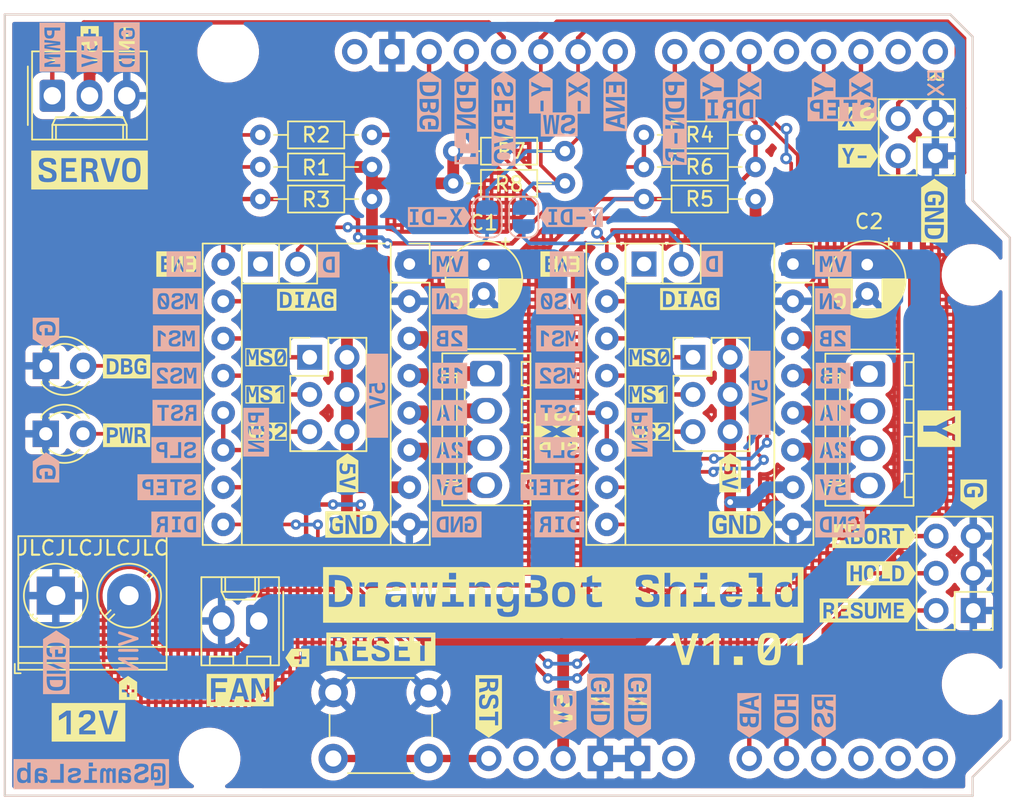
<source format=kicad_pcb>
(kicad_pcb (version 20211014) (generator pcbnew)
  (layers (0 "F.Cu" signal) (31 "B.Cu" power) (34 "B.Paste" user) (35 "F.Paste" user) (36 "B.SilkS" user "B.Silkscreen") (37 "F.SilkS" user "F.Silkscreen") (38 "B.Mask" user) (39 "F.Mask" user) (44 "Edge.Cuts" user))
  (net 0 "")
  (net 2 "+5V")
  (net 9 "/X_STEP")
  (net 10 "/Y_STEP")
  (net 12 "/RX")
  (net 13 "/ENA")
  (net 14 "/X_END")
  (net 15 "/Y_END")
  (net 16 "/S_PWM")
  (net 17 "/TX")
  (net 18 "/LED")
  (net 19 "GND")
  (net 20 "Net-(A1-PadRST1)")
  (net 22 "+12V")
  (net 23 "Net-(A2-Pad3)")
  (net 24 "Net-(A2-Pad4)")
  (net 25 "Net-(A2-Pad5)")
  (net 26 "Net-(A2-Pad6)")
  (net 27 "/X_DIR")
  (net 28 "Net-(A2-Pad13)")
  (net 29 "Net-(A2-Pad14)")
  (net 30 "Net-(A2-Pad15)")
  (net 31 "Net-(A3-Pad3)")
  (net 32 "Net-(A3-Pad4)")
  (net 33 "Net-(A3-Pad5)")
  (net 34 "Net-(A3-Pad6)")
  (net 35 "/Y_DIR")
  (net 36 "Net-(D1-Pad2)")
  (net 37 "Net-(D2-Pad2)")
  (net 40 "Net-(A3-Pad13)")
  (net 41 "Net-(A3-Pad14)")
  (net 42 "Net-(A3-Pad15)")
  (net 43 "/Abort")
  (net 44 "/Hold")
  (net 45 "/Rsme")
  (net 46 "/X_DIAG")
  (net 47 "/Y_DIAG")
  (footprint "kibuzzard-65E68AE8" (layer "F.Cu") (at 100.88 162.365)
    (fp_text reference "kibuzzard-65E68AE8" hide)
    (fp_text value "G***" hide)
  )
  (footprint "Capacitor_THT:CP_Radial_D5.0mm_P2.00mm" (layer "F.Cu") (at 74.676 138.746888 -90)
    (fp_text reference "C1")
    (fp_text value "100uF/25v")
  )
  (footprint "kibuzzard-65E6A239" (layer "F.Cu") (at 59.817313 150.155)
    (fp_text reference "kibuzzard-65E6A239" hide)
    (fp_text value "G***" hide)
  )
  (footprint "kibuzzard-65E687F6" (layer "F.Cu") (at 47.7 170)
    (fp_text reference "kibuzzard-65E687F6" hide)
    (fp_text value "G***" hide)
  )
  (footprint "kibuzzard-65E69E92" (layer "F.Cu") (at 50.32 123.242958 90)
    (fp_text reference "kibuzzard-65E69E92" hide)
    (fp_text value "G***" hide)
  )
  (footprint "kibuzzard-6514EA0E" (layer "F.Cu") (at 47.78 123.28 90)
    (fp_text reference "kibuzzard-6514EA0E" hide)
    (fp_text value "G***" hide)
  )
  (footprint "kibuzzard-65E68518" (layer "F.Cu") (at 62.59 141.15)
    (fp_text reference "kibuzzard-65E68518" hide)
    (fp_text value "G***" hide)
  )
  (footprint "Resistor_THT:R_Axial_DIN0204_L3.6mm_D1.6mm_P7.62mm_Horizontal" (layer "F.Cu") (at 85.598 132.082)
    (fp_text reference "R6")
    (fp_text value "1K")
  )
  (footprint "kibuzzard-65E69ED1" (layer "F.Cu") (at 47.77 132.29)
    (fp_text reference "kibuzzard-65E69ED1" hide)
    (fp_text value "G***" hide)
  )
  (footprint "kibuzzard-6646C756" (layer "F.Cu") (at 67.65 165)
    (fp_text reference "kibuzzard-6646C756" hide)
    (fp_text value "G***" hide)
  )
  (footprint "Connector_PinHeader_2.54mm:PinHeader_1x02_P2.54mm_Vertical" (layer "F.Cu") (at 85.608 138.71 90)
    (fp_text reference "J10")
    (fp_text value "Conn 2")
  )
  (footprint "Connector_PinHeader_2.54mm:PinHeader_2x02_P2.54mm_Vertical" (layer "F.Cu") (at 105.489881 131.323 180)
    (fp_text reference "J4")
    (fp_text value "End Switch")
  )
  (footprint "kibuzzard-65E6A239" (layer "F.Cu") (at 85.97 150.155)
    (fp_text reference "kibuzzard-65E6A239" hide)
    (fp_text value "G***" hide)
  )
  (footprint "Connector_PinHeader_2.54mm:PinHeader_2x03_P2.54mm_Vertical" (layer "F.Cu") (at 62.795 145.075)
    (fp_text reference "J6")
    (fp_text value "M1_MS")
  )
  (footprint "kibuzzard-65E6A22F" (layer "F.Cu") (at 85.882687 147.615)
    (fp_text reference "kibuzzard-65E6A22F" hide)
    (fp_text value "G***" hide)
  )
  (footprint "LED_THT:LED_D3.0mm" (layer "F.Cu") (at 44.785 150.3)
    (fp_text reference "D1")
    (fp_text value "PWR")
  )
  (footprint "Resistor_THT:R_Axial_DIN0204_L3.6mm_D1.6mm_P7.62mm_Horizontal" (layer "F.Cu") (at 72.59 131)
    (fp_text reference "R7")
    (fp_text value "4.7K")
  )
  (footprint "Resistor_THT:R_Axial_DIN0204_L3.6mm_D1.6mm_P7.62mm_Horizontal" (layer "F.Cu") (at 85.598 129.892)
    (fp_text reference "R4")
    (fp_text value "1K")
  )
  (footprint "Resistor_THT:R_Axial_DIN0204_L3.6mm_D1.6mm_P7.62mm_Horizontal" (layer "F.Cu") (at 93.218 134.272 180)
    (fp_text reference "R5")
    (fp_text value "20k")
  )
  (footprint "kibuzzard-65E6A15C" (layer "F.Cu") (at 105.75 149.95 -90)
    (fp_text reference "kibuzzard-65E6A15C" hide)
    (fp_text value "G***" hide)
  )
  (footprint "kibuzzard-6514EA0E" (layer "F.Cu") (at 50.4 167.65 -90)
    (fp_text reference "kibuzzard-6514EA0E" hide)
    (fp_text value "G***" hide)
  )
  (footprint "kibuzzard-65E6A4BF" (layer "F.Cu") (at 85.169881 168.87 -90)
    (fp_text reference "kibuzzard-65E6A4BF" hide)
    (fp_text value "G***" hide)
  )
  (footprint "Connector_PinHeader_2.54mm:PinHeader_2x03_P2.54mm_Vertical" (layer "F.Cu") (at 108.075 162.365 180)
    (fp_text reference "J5")
    (fp_text value "Control")
  )
  (footprint "kibuzzard-65E689EF" (layer "F.Cu") (at 92.21 156.49)
    (fp_text reference "kibuzzard-65E689EF" hide)
    (fp_text value "G***" hide)
  )
  (footprint "TerminalBlock_Phoenix:TerminalBlock_Phoenix_PT-1,5-2-5.0-H_1x02_P5.00mm_Horizontal" (layer "F.Cu") (at 45.47 161.35)
    (fp_text reference "J1")
    (fp_text value "PWR")
  )
  (footprint "kibuzzard-65E68A83" (layer "F.Cu") (at 101.307038 157.285)
    (fp_text reference "kibuzzard-65E68A83" hide)
    (fp_text value "G***" hide)
  )
  (footprint "kibuzzard-65E6A016" (layer "F.Cu") (at 79.6 150.15 -90)
    (fp_text reference "kibuzzard-65E6A016" hide)
    (fp_text value "G***" hide)
  )
  (footprint "kibuzzard-65E6A48D" (layer "F.Cu") (at 75.009881 168.91191 -90)
    (fp_text reference "kibuzzard-65E6A48D" hide)
    (fp_text value "G***" hide)
  )
  (footprint "kibuzzard-65E6A4A7" (layer "F.Cu") (at 82.629881 168.87 -90)
    (fp_text reference "kibuzzard-65E6A4A7" hide)
    (fp_text value "G***" hide)
  )
  (footprint "Resistor_THT:R_Axial_DIN0204_L3.6mm_D1.6mm_P7.62mm_Horizontal" (layer "F.Cu") (at 67.042 132.082 180)
    (fp_text reference "R1")
    (fp_text value "1k")
  )
  (footprint "kibuzzard-65E68692" (layer "F.Cu") (at 65.37 152.96 -90)
    (fp_text reference "kibuzzard-65E68692" hide)
    (fp_text value "G***" hide)
  )
  (footprint "kibuzzard-65E6A498" (layer "F.Cu") (at 80.089881 169.44912 -90)
    (fp_text reference "kibuzzard-65E6A498" hide)
    (fp_text value "G***" hide)
  )
  (footprint "kibuzzard-66469F7A" (layer "F.Cu") (at 92 165)
    (fp_text reference "kibuzzard-66469F7A" hide)
    (fp_text value "G***" hide)
  )
  (footprint "kibuzzard-65E68953" (layer "F.Cu") (at 50.3 150.4)
    (fp_text reference "kibuzzard-65E68953" hide)
    (fp_text value "G***" hide)
  )
  (footprint "kibuzzard-65E6A22A" (layer "F.Cu") (at 85.981112 145.075)
    (fp_text reference "kibuzzard-65E6A22A" hide)
    (fp_text value "G***" hide)
  )
  (footprint "Pololu:Pololu_Breakout" (layer "F.Cu") (at 63.482 147.6)
    (fp_text reference "A2")
    (fp_text value "TMC2226/TMC2209")
  )
  (footprint "kibuzzard-65E68518" (layer "F.Cu") (at 88.73 141.1)
    (fp_text reference "kibuzzard-65E68518" hide)
    (fp_text value "G***" hide)
  )
  (footprint "kibuzzard-65E69DAF" (layer "F.Cu") (at 80.1 161.3)
    (fp_text reference "kibuzzard-65E69DAF" hide)
    (fp_text value "G***" hide)
  )
  (footprint "Resistor_THT:R_Axial_DIN0204_L3.6mm_D1.6mm_P7.62mm_Horizontal" (layer "F.Cu") (at 67.042 134.272 180)
    (fp_text reference "R3")
    (fp_text value "20k")
  )
  (footprint "Resistor_THT:R_Axial_DIN0204_L3.6mm_D1.6mm_P7.62mm_Horizontal" (layer "F.Cu") (at 72.59 133.2)
    (fp_text reference "R8")
    (fp_text value "4.7K")
  )
  (footprint "kibuzzard-65E68692" (layer "F.Cu") (at 91.485 152.97 -90)
    (fp_text reference "kibuzzard-65E68692" hide)
    (fp_text value "G***" hide)
  )
  (footprint "Connector_PinHeader_2.54mm:PinHeader_1x02_P2.54mm_Vertical" (layer "F.Cu") (at 59.432 138.71 90)
    (fp_text reference "J7")
    (fp_text value "Conn 2")
  )
  (footprint "Connector_PinHeader_2.54mm:PinHeader_2x03_P2.54mm_Vertical" (layer "F.Cu") (at 88.945 145.075)
    (fp_text reference "J9")
    (fp_text value "M2_MS")
  )
  (footprint "Pololu:Pololu_Breakout" (layer "F.Cu") (at 89.658 147.6)
    (fp_text reference "A3")
    (fp_text value "TMC2226/TMC2209")
  )
  (footprint "kibuzzard-65E6A22A" (layer "F.Cu") (at 59.828425 145.075)
    (fp_text reference "kibuzzard-65E6A22A" hide)
    (fp_text value "G***" hide)
  )
  (footprint "arduino-library:Arduino_Uno_Socket" (layer "F.Cu") (at 75.009881 148.975)
    (fp_text reference "A1")
    (fp_text value "Arduino_Uno_R3_Shield")
  )
  (footprint "Capacitor_THT:CP_Radial_D5.0mm_P2.00mm" (layer "F.Cu") (at 100.838 138.746888 -90)
    (fp_text reference "C2")
    (fp_text value "100uF/25v")
  )
  (footprint "Connector_Molex:Molex_KK-254_AE-6410-04A_1x04_P2.54mm_Vertical" (layer "F.Cu") (at 100.97 146.212 -90)
    (fp_text reference "J11")
    (fp_text value "Y_MOTOR")
  )
  (footprint "Connector_Molex:Molex_KK-254_AE-6410-03A_1x03_P2.54mm_Vertical" (layer "F.Cu") (at 45.23 127.22)
    (fp_text reference "J3")
    (fp_text value "SERVO")
  )
  (footprint "kibuzzard-6646C040" (layer "F.Cu") (at 108.1 154.45 -90)
    (fp_text reference "kibuzzard-6646C040" hide)
    (fp_text value "G***" hide)
  )
  (footprint "Connector_Molex:Molex_KK-254_AE-6410-02A_1x02_P2.54mm_Vertical" (layer "F.Cu") (at 59.32 163.08 180)
    (fp_text reference "J2")
    (fp_text value "FAN")
  )
  (footprint "kibuzzard-65E6A22F" (layer "F.Cu") (at 59.73 147.615)
    (fp_text reference "kibuzzard-65E6A22F" hide)
    (fp_text value "G***" hide)
  )
  (footprint "kibuzzard-65E68994" (layer "F.Cu") (at 100.22 128.783)
    (fp_text reference "kibuzzard-65E68994" hide)
    (fp_text value "G***" hide)
  )
  (footprint "Button_Switch_THT:SW_PUSH_6mm_H4.3mm" (layer "F.Cu") (at 70.9 172.47 180)
    (fp_text reference "SW1")
    (fp_text value "RESET")
  )
  (footprint "kibuzzard-6513B43E" (layer "F.Cu") (at 50.3 145.7)
    (fp_text reference "kibuzzard-6513B43E" hide)
    (fp_text value "G***" hide)
  )
  (footprint "Resistor_THT:R_Axial_DIN0204_L3.6mm_D1.6mm_P7.62mm_Horizontal" (layer "F.Cu") (at 67.042 129.892 180)
    (fp_text reference "R2")
    (fp_text value "1k")
  )
  (footprint "kibuzzard-65A4FB8D" (layer "F.Cu") (at 105.42 135.06 -90)
    (fp_text reference "kibuzzard-65A4FB8D" hide)
    (fp_text value "G***" hide)
  )
  (footprint "Connector_Molex:Molex_KK-254_AE-6410-04A_1x04_P2.54mm_Vertical" (layer "F.Cu") (at 74.83 146.19 -90)
    (fp_text reference "J8")
    (fp_text value "X_MOTOR")
  )
  (footprint "kibuzzard-65E6858D" (layer "F.Cu") (at 80 138.71)
    (fp_text reference "kibuzzard-65E6858D" hide)
    (fp_text value "G***" hide)
  )
  (footprint "kibuzzard-65E689B2" (layer "F.Cu") (at 100.225557 131.323)
    (fp_text reference "kibuzzard-65E689B2" hide)
    (fp_text value "G***" hide)
  )
  (footprint "kibuzzard-65E689EF" (layer "F.Cu") (at 66.03 156.49)
    (fp_text reference "kibuzzard-65E689EF" hide)
    (fp_text value "G***" hide)
  )
  (footprint "kibuzzard-65E68A9D" (layer "F.Cu") (at 101.802338 159.825)
    (fp_text reference "kibuzzard-65E68A9D" hide)
    (fp_text value "G***" hide)
  )
  (footprint "LED_THT:LED_D3.0mm" (layer "F.Cu") (at 44.795 145.66)
    (fp_text reference "D2")
    (fp_text value "DBG")
  )
  (footprint "kibuzzard-65E6858D" (layer "F.Cu") (at 53.79 138.71)
    (fp_text reference "kibuzzard-65E6858D" hide)
    (fp_text value "G***" hide)
  )
  (footprint "kibuzzard-6646C738" (layer "F.Cu") (at 58.05 167.8)
    (fp_text reference "kibuzzard-6646C738" hide)
    (fp_text value "G***" hide)
  )
  (footprint "kibuzzard-6514EA0E" (layer "F.Cu") (at 61.95 165.6)
    (fp_text reference "kibuzzard-6514EA0E" hide)
    (fp_text value "G***" hide)
  )
  (footprint "kibuzzard-65E69043" (layer "B.Cu") (at 53.205431 153.95 180)
    (fp_text reference "kibuzzard-65E69043" hide)
    (fp_text value "G***" hide)
  )
  (footprint "kibuzzard-65E68F98" (layer "B.Cu") (at 79.841906 143.79 180)
    (fp_text reference "kibuzzard-65E68F98" hide)
    (fp_text value "G***" hide)
  )
  (footprint "kibuzzard-65E699B0" (layer "B.Cu") (at 97.869881 126.503035 -90)
    (fp_text reference "kibuzzard-65E699B0" hide)
    (fp_text value "G***" hide)
  )
  (footprint "kibuzzard-6646A056" (layer "B.Cu") (at 90.25 138.7 180)
    (fp_text reference "kibuzzard-6646A056" hide)
    (fp_text value "G***" hide)
  )
  (footprint "kibuzzard-65E69079" (layer "B.Cu") (at 98.508 146.33 180)
    (fp_text reference "kibuzzard-65E69079" hide)
    (fp_text value "G***" hide)
  )
  (footprint "kibuzzard-65E69903" (layer "B.Cu") (at 59.14 150.19 -90)
    (fp_text reference "kibuzzard-65E69903" hide)
    (fp_text value "G***" hide)
  )
  (footprint "kibuzzard-65E68F92" (layer "B.Cu") (at 53.779312 141.25 180)
    (fp_text reference "kibuzzard-65E68F92" hide)
    (fp_text value "G***" hide)
  )
  (footprint "kibuzzard-65E68D6E" (layer "B.Cu") (at 79.831587 151.41 180)
    (fp_text reference "kibuzzard-65E68D6E" hide)
    (fp_text value "G***" hide)
  )
  (footprint "kibuzzard-6646C366" (layer "B.Cu") (at 71.65 135.5 180)
    (fp_text reference "kibuzzard-6646C366" hide)
    (fp_text value "G***" hide)
  )
  (footprint "kibuzzard-65E69043" (layer "B.Cu") (at 79.355337 153.95 180)
    (fp_text reference "kibuzzard-65E69043" hide)
    (fp_text value "G***" hide)
  )
  (footprint "kibuzzard-65E68F92" (layer "B.Cu") (at 79.929218 141.25 180)
    (fp_text reference "kibuzzard-65E68F92" hide)
    (fp_text value "G***" hide)
  )
  (footprint "kibuzzard-65E68EA2" (layer "B.Cu") (at 98.490538 143.79 180)
    (fp_text reference "kibuzzard-65E68EA2" hide)
    (fp_text value "G***" hide)
  )
  (footprint "kibuzzard-65E6A498" (layer "B.Cu") (at 80.089881 169.44912 -90)
    (fp_text reference "kibuzzard-65E6A498" hide)
    (fp_text value "G***" hide)
  )
  (footprint "kibuzzard-65E68F9E" (layer "B.Cu") (at 53.709462 146.33 180)
    (fp_text reference "kibuzzard-65E68F9E" hide)
    (fp_text value "G***" hide)
  )
  (footprint "kibuzzard-65E68F98" (layer "B.Cu") (at 53.692 143.79 180)
    (fp_text reference "kibuzzard-65E68F98" hide)
    (fp_text value "G***" hide)
  )
  (footprint "kibuzzard-65E6AFEA" (layer "B.Cu") (at 47.89 173.54 180)
    (fp_text reference "kibuzzard-65E6AFEA" hide)
    (fp_text value "G***" hide)
  )
  (footprint "kibuzzard-65E6996A" (layer "B.Cu") (at 91.5 128.13 180)
    (fp_text reference "kibuzzard-65E6996A" hide)
    (fp_text value "G***" hide)
  )
  (footprint "kibuzzard-65E6A521" (layer "B.Cu") (at 92.789881 169.524474 -90)
    (fp_text reference "kibuzzard-65E6A521" hide)
    (fp_text value "G***" hide)
  )
  (footprint "kibuzzard-65E68EF2" (layer "B.Cu") (at 72.824819 156.49 180)
    (fp_text reference "kibuzzard-65E68EF2" hide)
    (fp_text value "G***" hide)
  )
  (footprint "kibuzzard-65E69775" (layer "B.Cu") (at 83.645881 127.600633 -90)
    (fp_text reference "kibuzzard-65E69775" hide)
    (fp_text value "G***" hide)
  )
  (footprint "kibuzzard-65E6994C" (layer "B.Cu") (at 90.249881 126.503035 -90)
    (fp_text reference "kibuzzard-65E6994C" hide)
    (fp_text value "G***" hide)
  )
  (footprint "kibuzzard-65E6A50A" (layer "B.Cu") (at 44.795 143.4 -90)
    (fp_text reference "kibuzzard-65E6A50A" hide)
    (fp_text value "G***" hide)
  )
  (footprint "kibuzzard-651A1A52" (layer "B.Cu") (at 45.5 165.9 -90)
    (fp_text reference "kibuzzard-651A1A52" hide)
    (fp_text value "G***" hide)
  )
  (footprint "kibuzzard-6646C4C5" (layer "B.Cu") (at 45.23 123.902381 -90)
    (fp_text reference "kibuzzard-6646C4C5" hide)
    (fp_text value "G***" hide)
  )
  (footprint "kibuzzard-6646A0B8" (layer "B.Cu") (at 67.4 147.7 -90)
    (fp_text reference "kibuzzard-6646A0B8" hide)
    (fp_text value "G***" hide)
  )
  (footprint "kibuzzard-65E698B6" (layer "B.Cu") (at 79.878418 148.87 180)
    (fp_text reference "kibuzzard-65E698B6" hide)
    (fp_text value "G***" hide)
  )
  (footprint "kibuzzard-65E68EEA" (layer "B.Cu") (at 47.77 124.379425 -90)
    (fp_text reference "kibuzzard-65E68EEA" hide)
    (fp_text value "G***" hide)
  )
  (footprint "kibuzzard-65A4F46A" (layer "B.Cu") (at 54.2 138.71 180)
    (fp_text reference "kibuzzard-65A4F46A" hide)
    (fp_text value "G***" hide)
  )
  (footprint "kibuzzard-65E68D88" (layer "B.Cu") (at 53.680094 156.49 180)
    (fp_text reference "kibuzzard-65E68D88" hide)
    (fp_text value "G***" hide)
  )
  (footprint "kibuzzard-65E68EEA" (layer "B.Cu") (at 98.4953 153.95 180)
    (fp_text reference "kibuzzard-65E68EEA" hide)
    (fp_text value "G***" hide)
  )
  (footprint "kibuzzard-65E68EEA" (layer "B.Cu") (at 72.345394 153.95 180)
    (fp_text reference "kibuzzard-65E68EEA" hide)
    (fp_text value "G***" hide)
  )
  (footprint "Jumper:SolderJumper-2_P1.3mm_Open_RoundedPad1.0x1.5mm" (layer "B.Cu") (at 77.4 135.5 -90)
    (fp_text reference "JP2")
    (fp_text value "X DIAG")
  )
  (footprint "kibuzzard-6646A0B8" (layer "B.Cu") (at 93.5 147.5 -90)
    (fp_text reference "kibuzzard-6646A0B8" hide)
    (fp_text value "G***" hide)
  )
  (footprint "kibuzzard-65E688B8" (layer "B.Cu") (at 44.8 152.6 -90)
    (fp_text reference "kibuzzard-65E688B8" hide)
    (fp_text value "G***" hide)
  )
  (footprint "kibuzzard-65E698DF" (layer "B.Cu") (at 53.728512 148.87 180)
    (fp_text reference "kibuzzard-65E698DF" hide)
    (fp_text value "G***" hide)
  )
  (footprint "kibuzzard-65E6976E" (layer "B.Cu") (at 81.105881 127.006908 -90)
    (fp_text reference "kibuzzard-65E6976E" hide)
    (fp_text value "G***" hide)
  )
  (footprint "kibuzzard-65A4F46A" (layer "B.Cu") (at 80.349906 138.71 180)
    (fp_text reference "kibuzzard-65A4F46A" hide)
    (fp_text value "G***" hide)
  )
  (footprint "kibuzzard-65E6974F" (layer "B.Cu") (at 70.945881 127.62 -90)
    (fp_text reference "kibuzzard-65E6974F" hide)
    (fp_text value "G***" hide)
  )
  (footprint "kibuzzard-6646BEC2" (layer "B.Cu") (at 80.65 135.5 180)
    (fp_text reference "kibuzzard-6646BEC2" hide)
    (fp_text value "G***" hide)
  )
  (footprint "kibuzzard-65E69089" (layer "B.Cu") (at 72.340632 151.41 180)
    (fp_text reference "kibuzzard-65E69089" hide)
    (fp_text value "G***" hide)
  )
  (footprint "kibuzzard-65E699B6" (layer "B.Cu") (at 100.409881 126.514465 -90)
    (fp_text reference "kibuzzard-65E699B6" hide)
    (fp_text value "G***" hide)
  )
  (footprint "kibuzzard-65E68D88" (layer "B.Cu") (at 79.83 156.49 180)
    (fp_text reference "kibuzzard-65E68D88" hide)
    (fp_text value "G***" hide)
  )
  (footprint "kibuzzard-65E6A4BF" (layer "B.Cu") (at 85.169881 168.87 -90)
    (fp_text reference "kibuzzard-65E6A4BF" hide)
    (fp_text value "G***" hide)
  )
  (footprint "kibuzzard-65E6A533" (layer "B.Cu") (at 97.869881 169.577814 -90)
    (fp_text reference "kibuzzard-65E6A533" hide)
    (fp_text value "G***" hide)
  )
  (footprint "kibuzzard-65E6977A" (layer "B.Cu") (at 87.709881 128.752205 -90)
    (fp_text reference "kibuzzard-65E6977A" hide)
    (fp_text value "G***" hide)
  )
  (footprint "kibuzzard-65E68ECB" (layer "B.Cu") (at 98.481013 148.87 180)
    (fp_text reference "kibuzzard-65E68ECB" hide)
    (fp_text value "G***" hide)
  )
  (footprint "kibuzzard-65E69767" (layer "B.Cu") (at 78.565881 127.00024 -90)
    (fp_text reference "kibuzzard-65E69767" hide)
    (fp_text value "G***" hide)
  )
  (footprint "kibuzzard-65E68EF2" (layer "B.Cu") (at 50.31 123.9 -90)
    (fp_text reference "kibuzzard-65E68EF2" hide)
    (fp_text value "G***" hide)
  )
  (footprint "kibuzzard-65E69903" (layer "B.Cu") (at 85.31 150.19 -90)
    (fp_text reference "kibuzzard-65E69903" hide)
    (fp_text value "G***" hide)
  )
  (footprint "kibuzzard-65E69758" (layer "B.Cu") (at 73.485881 128.730298 -90)
    (fp_text reference "kibuzzard-65E69758" hide)
    (fp_text value "G***" hide)
  )
  (footprint "kibuzzard-6646A056" (layer "B.Cu") (at 64.1 138.75 180)
    (fp_text reference "kibuzzard-6646A056" hide)
    (fp_text value "G***" hide)
  )
  (footprint "kibuzzard-65E68EF2" (layer "B.Cu") (at 98.974725 156.49 180)
    (fp_text reference "kibuzzard-65E68EF2" hide)
    (fp_text value "G***" hide)
  )
  (footprint "kibuzzard-65E68F9E" (layer "B.Cu") (at 79.859368 146.33 180)
    (fp_text reference "kibuzzard-65E68F9E" hide)
    (fp_text value "G***" hide)
  )
  (footprint "kibuzzard-65E68ECB" (layer "B.Cu") (at 72.331107 148.87 180)
    (fp_text reference "kibuzzard-65E68ECB" hide)
    (fp_text value "G***" hide)
  )
  (footprint "kibuzzard-65E68E7D" (layer "B.Cu") (at 72.343013 141.25 180)
    (fp_text reference "kibuzzard-65E68E7D" hide)
    (fp_text value "G***" hide)
  )
  (footprint "kibuzzard-65E6A52D" (layer "B.Cu") (at 95.329881 169.559716 -90)
    (fp_text reference "kibuzzard-65E6A52D" hide)
    (fp_text value "G***" hide)
  )
  (footprint "kibuzzard-65E68EA2" (layer "B.Cu") (at 72.340632 143.79 180)
    (fp_text reference "kibuzzard-65E68EA2" hide)
    (fp_text value "G***" hide)
  )
  (footprint "kibuzzard-65E699CF" (layer "B.Cu") (at 99.13 128.136668 180)
    (fp_text reference "kibuzzard-65E699CF" hide)
    (fp_text value "G***" hide)
  )
  (footprint "kibuzzard-65E69760" (layer "B.Cu") (at 76.025881 128.784908 -90)
    (fp_text reference "kibuzzard-65E69760" hide)
    (fp_text value "G***" hide)
  )
  (footprint "Jumper:SolderJumper-2_P1.3mm_Open_RoundedPad1.0x1.5mm" (layer "B.Cu") (at 74.9 135.5 -90)
    (fp_text reference "JP1")
    (fp_text value "X DIAG")
  )
  (footprint "kibuzzard-65E69079" (layer "B.Cu") (at 72.358094 146.33 180)
    (fp_text reference "kibuzzard-65E69079" hide)
    (fp_text value "G***" hide)
  )
  (footprint "kibuzzard-65E6A4A7" (layer "B.Cu") (at 82.629881 168.87 -90)
    (fp_text reference "kibuzzard-65E6A4A7" hide)
    (fp_text value "G***" hide)
  )
  (footprint "kibuzzard-65E69A04" (layer "B.Cu") (at 79.82 129.18 180)
    (fp_text reference "kibuzzard-65E69A04" hide)
    (fp_text value "G***" hide)
  )
  (footprint "kibuzzard-65E68D6E" (layer "B.Cu") (at 53.681681 151.41 180)
    (fp_text reference "kibuzzard-65E68D6E" hide)
    (fp_text value "G***" hide)
  )
  (footprint "kibuzzard-65E69945" (layer "B.Cu") (at 92.81 126.514465 -90)
    (fp_text reference "kibuzzard-65E69945" hide)
    (fp_text value "G***" hide)
  )
  (footprint "kibuzzard-65E69089" (layer "B.Cu") (at 98.490538 151.41 180)
    (fp_text reference "kibuzzard-65E69089" hide)
    (fp_text value "G***" hide)
  )
  (footprint "kibuzzard-65E68E7D" (layer "B.Cu") (at 98.492919 141.25 180)
    (fp_text reference "kibuzzard-65E68E7D" hide)
    (fp_text value "G***" hide)
  )
  (footprint "kibuzzard-65E68E4B" (layer "B.Cu") (at 98.519906 138.71 180)
    (fp_text reference "kibuzzard-65E68E4B" hide)
    (fp_text value "G***" hide)
  )
  (footprint "kibuzzard-65E68E4B" (layer "B.Cu") (at 72.37 138.71 180)
    (fp_text reference "kibuzzard-65E68E4B" hide)
    (fp_text value "G***" hide)
  )
  (gr_line (start 108.03 134.37) (end 108.03 123.2) (layer "Edge.Cuts") (width 0.1))
  (gr_line (start 41.99 121.67) (end 41.99 175) (layer "Edge.Cuts") (width 0.1))
  (gr_line (start 108.03 175.01) (end 108.03 173.75) (layer "Edge.Cuts") (width 0.1))
  (gr_line (start 110.57 136.91) (end 108.03 134.37) (layer "Edge.Cuts") (width 0.1))
  (gr_line (start 106.51 121.67) (end 41.99 121.67) (layer "Edge.Cuts") (width 0.1))
  (gr_line (start 108.03 173.75) (end 110.57 171.2) (layer "Edge.Cuts") (width 0.1))
  (gr_line (start 108.03 123.2) (end 106.51 121.67) (layer "Edge.Cuts") (width 0.1))
  (gr_line (start 110.57 171.2) (end 110.57 136.91) (layer "Edge.Cuts") (width 0.1))
  (gr_line (start 41.99 175) (end 108.03 175.01) (layer "Edge.Cuts") (width 0.1))
  (gr_text "VIN" (at 50.47 165.2 90) (layer "B.SilkS") (effects (font (size 1.2 1.2) (thickness 0.2)) (justify mirror)))
  (gr_text "JLCJLCJLCJLC" (at 48 158.1) (layer "F.SilkS") (effects (font (size 1 1))))
  (segment (start 65.335 159.035) (end 70.96 164.66) (width 0.8) (layer "F.Cu") (net 2))
  (segment (start 91.485 158.415) (end 85.24 164.66) (width 0.8) (layer "F.Cu") (net 2))
  (segment (start 91.485 153.945) (end 91.485 154.965) (width 0.8) (layer "F.Cu") (net 2))
  (segment (start 72.59 131) (end 72.59 133.2) (width 0.8) (layer "F.Cu") (net 2))
  (segment (start 91.485 150.155) (end 91.485 153.945) (width 0.8) (layer "F.Cu") (net 2))
  (segment (start 80.089881 172.47) (end 80.089881 164.779881) (width 0.8) (layer "F.Cu") (net 2))
  (segment (start 70.96 164.66) (end 79.97 164.66) (width 0.8) (layer "F.Cu") (net 2))
  (segment (start 52.8 124.7) (end 55.6 127.5) (width 0.8) (layer "F.Cu") (net 2))
  (segment (start 55.6 127.5) (end 60.7 127.5) (width 0.8) (layer "F.Cu") (net 2))
  (segment (start 85.22 164.66) (end 85.28 164.6) (width 0.8) (layer "F.Cu") (net 2))
  (segment (start 93.218 134.272) (end 93.218 135.582) (width 0.8) (layer "F.Cu") (net 2))
  (segment (start 65.335 154.025) (end 65.335 159.035) (width 0.8) (layer "F.Cu") (net 2))
  (segment (start 65.282 132.082) (end 67.042 132.082) (width 0.8) (layer "F.Cu") (net 2))
  (segment (start 47.77 125.63) (end 48.7 124.7) (width 0.8) (layer "F.Cu") (net 2))
  (segment (start 65.335 142.535) (end 65.335 145.075) (width 0.8) (layer "F.Cu") (net 2))
  (segment (start 47.77 127.22) (end 47.77 125.63) (width 0.8) (layer "F.Cu") (net 2))
  (segment (start 91.485 145.075) (end 91.485 150.155) (width 0.8) (layer "F.Cu") (net 2))
  (segment (start 72.59 133.2) (end 67.3 133.2) (width 0.8) (layer "F.Cu") (net 2))
  (segment (start 80.089881 164.779881) (end 79.97 164.66) (width 0.8) (layer "F.Cu") (net 2))
  (segment (start 65.335 145.075) (end 65.335 150.155) (width 0.8) (layer "F.Cu") (net 2))
  (segment (start 65.41 153.95) (end 65.335 154.025) (width 0.8) (layer "F.Cu") (net 2))
  (segment (start 67.042 134.272) (end 67.042 140.828) (width 0.8) (layer "F.Cu") (net 2))
  (segment (start 91.485 154.965) (end 91.485 158.415) (width 0.8) (layer "F.Cu") (net 2))
  (segment (start 67.042 140.828) (end 65.335 142.535) (width 0.8) (layer "F.Cu") (net 2))
  (segment (start 93.218 135.582) (end 91.485 137.315) (width 0.8) (layer "F.Cu") (net 2))
  (segment (start 67.042 132.082) (end 67.042 133.458) (width 0.8) (layer "F.Cu") (net 2))
  (segment (start 79.97 164.66) (end 85.22 164.66) (width 0.8) (layer "F.Cu") (net 2))
  (segment (start 65.335 150.155) (end 65.335 154.025) (width 0.8) (layer "F.Cu") (net 2))
  (segment (start 67.042 133.458) (end 67.042 134.272) (width 0.8) (layer "F.Cu") (net 2))
  (segment (start 67.3 133.2) (end 67.042 133.458) (width 0.8) (layer "F.Cu") (net 2))
  (segment (start 69.592 153.95) (end 65.41 153.95) (width 0.8) (layer "F.Cu") (net 2))
  (segment (start 48.7 124.7) (end 52.8 124.7) (width 0.8) (layer "F.Cu") (net 2))
  (segment (start 60.7 127.5) (end 65.282 132.082) (width 0.8) (layer "F.Cu") (net 2))
  (segment (start 91.485 137.315) (end 91.485 145.075) (width 0.8) (layer "F.Cu") (net 2))
  (via (at 91.485 154.965) (size 0.8) (drill 0.4) (layers "F.Cu" "B.Cu") (net 2))
  (segment (start 93.95 153.95) (end 92.935 154.965) (width 0.8) (layer "B.Cu") (net 2))
  (segment (start 92.935 154.965) (end 91.485 154.965) (width 0.8) (layer "B.Cu") (net 2))
  (segment (start 95.768 153.95) (end 93.95 153.95) (width 0.8) (layer "B.Cu") (net 2))
  (segment (start 70.462944 165.86) (end 62.55 157.947056) (width 0.3) (layer "F.Cu") (net 9))
  (segment (start 93.54 165.86) (end 103.77 155.63) (width 0.3) (layer "F.Cu") (net 9))
  (segment (start 79.05 167) (end 78.9 166.85) (width 0.3) (layer "F.Cu") (net 9))
  (segment (start 103.77 135.38) (end 100.409881 132.019881) (width 0.3) (layer "F.Cu") (net 9))
  (segment (start 81.039381 167) (end 82.179381 165.86) (width 0.3) (layer "F.Cu") (net 9))
  (segment (start 77.91 165.86) (end 70.462944 165.86) (width 0.3) (layer "F.Cu") (net 9))
  (segment (start 60.742894 153.95) (end 56.892 153.95) (width 0.3) (layer "F.Cu") (net 9))
  (segment (start 82.179381 165.86) (end 93.54 165.86) (width 0.3) (layer "F.Cu") (net 9))
  (segment (start 79.05 167) (end 77.91 165.86) (width 0.3) (layer "F.Cu") (net 9))
  (segment (start 62.55 155.757106) (end 60.742894 153.95) (width 0.3) (layer "F.Cu") (net 9))
  (segment (start 62.55 157.947056) (end 62.55 155.757106) (width 0.3) (layer "F.Cu") (net 9))
  (segment (start 103.77 155.63) (end 103.77 135.38) (width 0.3) (layer "F.Cu") (net 9))
  (segment (start 100.409881 132.019881) (end 100.409881 124.21) (width 0.3) (layer "F.Cu") (net 9))
  (via (at 79.05 167) (size 0.7) (drill 0.3) (layers "F.Cu" "B.Cu") (net 9))
  (via (at 81.039381 167) (size 0.7) (drill 0.3) (layers "F.Cu" "B.Cu") (net 9))
  (segment (start 79.05 167) (end 81.039381 167) (width 0.3) (layer "B.Cu") (net 9))
  (segment (start 94 137.5) (end 94 150.9) (width 0.25) (layer "F.Cu") (net 10))
  (segment (start 89.513604 152) (end 87.563604 153.95) (width 0.25) (layer "F.Cu") (net 10))
  (segment (start 90.378 152) (end 89.513604 152) (width 0.25) (layer "F.Cu") (net 10))
  (segment (start 96.55 131.15) (end 96.55 134.95) (width 0.25) (layer "F.Cu") (net 10))
  (segment (start 97.869881 129.830119) (end 96.55 131.15) (width 0.25) (layer "F.Cu") (net 10))
  (segment (start 96.55 134.95) (end 94 137.5) (width 0.25) (layer "F.Cu") (net 10))
  (segment (start 87.563604 153.95) (end 83.068 153.95) (width 0.25) (layer "F.Cu") (net 10))
  (segment (start 97.869881 124.21) (end 97.869881 129.830119) (width 0.25) (layer "F.Cu") (net 10))
  (via (at 90.378 152) (size 0.7) (drill 0.3) (layers "F.Cu" "B.Cu") (net 10))
  (via (at 94 150.9) (size 0.7) (drill 0.3) (layers "F.Cu" "B.Cu") (net 10))
  (segment (start 90.378 152) (end 92.9 152) (width 0.25) (layer "B.Cu") (net 10))
  (segment (start 92.9 152) (end 94 150.9) (width 0.25) (layer "B.Cu") (net 10))
  (segment (start 87.709881 126.389881) (end 89.34 128.02) (width 0.3) (layer "F.Cu") (net 12))
  (segment (start 66.2845 155.13) (end 66.085 155.3295) (width 0.3) (layer "F.Cu") (net 12))
  (segment (start 79.95 137.8) (end 82.15 135.6) (width 0.3) (layer "F.Cu") (net 12))
  (segment (start 64.3855 155.13) (end 62.63 155.13) (width 0.3) (layer "F.Cu") (net 12))
  (segment (start 92.18 128.02) (end 93.218 129.058) (width 0.3) (layer "F.Cu") (net 12))
  (segment (start 62.63 155.13) (end 58.91 151.41) (width 0.3) (layer "F.Cu") (net 12))
  (segment (start 93.218 129.058) (end 93.218 129.788) (width 0.3) (layer "F.Cu") (net 12))
  (segment (start 82.15 135.6) (end 89.7 135.6) (width 0.3) (layer "F.Cu") (net 12))
  (segment (start 58.91 151.41) (end 56.892 151.41) (width 0.3) (layer "F.Cu") (net 12))
  (segment (start 66.085 155.3295) (end 66.085 158.72434) (width 0.3) (layer "F.Cu") (net 12))
  (segment (start 79.95 158.95) (end 79.95 137.8) (width 0.3) (layer "F.Cu") (net 12))
  (segment (start 68.01066 160.65) (end 78.25 160.65) (width 0.3) (layer "F.Cu") (net 12))
  (segment (start 80.05 148.87) (end 83.068 148.87) (width 0.3) (layer "F.Cu") (net 12))
  (segment (start 89.34 128.02) (end 92.18 128.02) (width 0.3) (layer "F.Cu") (net 12))
  (segment (start 93.218 129.892) (end 93.218 132.082) (width 0.3) (layer "F.Cu") (net 12))
  (segment (start 87.709881 126.17) (end 87.709881 126.389881) (width 0.3) (layer "F.Cu") (net 12))
  (segment (start 83.068 148.87) (end 83.068 151.41) (width 0.3) (layer "F.Cu") (net 12))
  (segment (start 89.7 135.6) (end 93.218 132.082) (width 0.3) (layer "F.Cu") (net 12))
  (segment (start 78.25 160.65) (end 79.95 158.95) (width 0.3) (layer "F.Cu") (net 12))
  (segment (start 56.892 148.87) (end 56.892 151.41) (width 0.3) (layer "F.Cu") (net 12))
  (segment (start 87.709881 124.21) (end 87.709881 126.159881) (width 0.3) (layer "F.Cu") (net 12))
  (segment (start 66.085 158.72434) (end 68.01066 160.65) (width 0.3) (layer "F.Cu") (net 12))
  (via (at 66.2845 155.13) (size 0.7) (drill 0.3) (layers "F.Cu" "B.Cu") (net 12))
  (via (at 64.3855 155.13) (size 0.7) (drill 0.3) (layers "F.Cu" "B.Cu") (net 12))
  (segment (start 66.2845 155.13) (end 64.3855 155.13) (width 0.3) (layer "B.Cu") (net 12))
  (segment (start 64.672 134.272) (end 59.422 134.272) (width 0.3) (layer "F.Cu") (net 13))
  (segment (start 83.645881 124.21) (end 83.645881 125.635881) (width 0.3) (layer "F.Cu") (net 13))
  (segment (start 87.07 134.272) (end 85.598 134.272) (width 0.3) (layer "F.Cu") (net 13))
  (segment (start 88.41 132.932) (end 87.07 134.272) (width 0.3) (layer "F.Cu") (net 13))
  (segment (start 81.795752 135.076) (end 78.824 135.076) (width 0.3) (layer "F.Cu") (net 13))
  (segment (start 76.6 137.3) (end 68.1 137.3) (width 0.3) (layer "F.Cu") (net 13))
  (segment (start 78.824 135.076) (end 76.6 137.3) (width 0.3) (layer "F.Cu") (net 13))
  (segment (start 83.068 137.2435) (end 83.068 138.71) (width 0.25) (layer "F.Cu") (net 13))
  (segment (start 82.4 136.5755) (end 83.068 137.2435) (width 0.25) (layer "F.Cu") (net 13))
  (segment (start 83.645881 125.635881) (end 88.41 130.4) (width 0.3) (layer "F.Cu") (net 13))
  (segment (start 56.892 135.25) (end 56.892 138.71) (width 0.3) (layer "F.Cu") (net 13))
  (segment (start 66.0925 136.8745) (end 66.0925 135.6925) (width 0.3) (layer "F.Cu") (net 13))
  (segment (start 57.87 134.272) (end 56.892 135.25) (width 0.3) (layer "F.Cu") (net 13))
  (segment (start 59.422 134.272) (end 57.87 134.272) (width 0.3) (layer "F.Cu") (net 13))
  (segment (start 85.598 134.272) (end 82.599752 134.272) (width 0.3) (layer "F.Cu") (net 13))
  (segment (start 82.599752 134.272) (end 81.795752 135.076) (width 0.3) (layer "F.Cu") (net 13))
  (segment (start 88.41 130.4) (end 88.41 132.932) (width 0.3) (layer "F.Cu") (net 13))
  (segment (start 66.0925 135.6925) (end 64.672 134.272) (width 0.3) (layer "F.Cu") (net 13))
  (via (at 68.1 137.3) (size 0.7) (drill 0.3) (layers "F.Cu" "B.Cu") (net 13))
  (via (at 82.4 136.5755) (size 0.8) (drill 0.4) (layers "F.Cu" "B.Cu") (net 13))
  (via (at 66.0925 136.8745) (size 0.7) (drill 0.3) (layers "F.Cu" "B.Cu") (net 13))
  (segment (start 66.0925 136.8745) (end 66.118 136.9) (width 0.3) (layer "B.Cu") (net 13))
  (segment (start 82.4 135.5) (end 83.628 134.272) (width 0.25) (layer "B.Cu") (net 13))
  (segment (start 66.118 136.9) (end 67.7 136.9) (width 0.3) (layer "B.Cu") (net 13))
  (segment (start 67.7 136.9) (end 68.1 137.3) (width 0.3) (layer "B.Cu") (net 13))
  (segment (start 82.4 136.5755) (end 82.4 135.5) (width 0.25) (layer "B.Cu") (net 13))
  (segment (start 83.628 134.272) (end 85.598 134.272) (width 0.25) (layer "B.Cu") (net 13))
  (segment (start 81.105881 124.21) (end 81.105881 123.274119) (width 0.3) (layer "F.Cu") (net 14))
  (segment (start 106.95 123.507106) (end 106.95 125.75) (width 0.3) (layer "F.Cu") (net 14))
  (segment (start 81.105881 124.21) (end 81.105881 130.104119) (width 0.25) (layer "F.Cu") (net 14))
  (segment (start 81.72 122.66) (end 106.102894 122.66) (width 0.3) (layer "F.Cu") (net 14))
  (segment (start 106.95 125.75) (end 105.9 126.8) (width 0.3) (layer "F.Cu") (net 14))
  (segment (start 102.949881 127.730119) (end 102.949881 128.953) (width 0.3) (layer "F.Cu") (net 14))
  (segment (start 81.105881 130.104119) (end 80.21 131) (width 0.25) (layer "F.Cu") (net 14))
  (segment (start 105.9 126.8) (end 103.88 126.8) (width 0.3) (layer "F.Cu") (net 14))
  (segment (start 81.105881 123.274119) (end 81.72 122.66) (width 0.3) (layer "F.Cu") (net 14))
  (segment (start 103.88 126.8) (end 102.949881 127.730119) (width 0.3) (layer "F.Cu") (net 14))
  (segment (start 106.102894 122.66) (end 106.95 123.507106) (width 0.3) (layer "F.Cu") (net 14))
  (segment (start 74.9 133.7) (end 77.6 131) (width 0.25) (layer "B.Cu") (net 14))
  (segment (start 77.6 131) (end 80.21 131) (width 0.25) (layer "B.Cu") (net 14))
  (segment (start 74.9 134.85) (end 74.9 133.7) (width 0.25) (layer "B.Cu") (net 14))
  (segment (start 107.45 128.06) (end 107.45 123.3) (width 0.3) (layer "F.Cu") (net 15))
  (segment (start 106.49 133.42) (end 107.45 132.46) (width 0.3) (layer "F.Cu") (net 15))
  (segment (start 78.565881 124.21) (end 78.565881 131.965881) (width 0.25) (layer "F.Cu") (net 15))
  (segment (start 102.949881 132.889881) (end 103.48 133.42) (width 0.3) (layer "F.Cu") (net 15))
  (segment (start 107.45 132.46) (end 107.45 128.06) (width 0.3) (layer "F.Cu") (net 15))
  (segment (start 103.48 133.42) (end 106.49 133.42) (width 0.3) (layer "F.Cu") (net 15))
  (segment (start 107.45 123.3) (end 106.31 122.16) (width 0.3) (layer "F.Cu") (net 15))
  (segment (start 78.565881 131.965881) (end 79.8 133.2) (width 0.25) (layer "F.Cu") (net 15))
  (segment (start 78.565881 123.264119) (end 78.565881 124.21) (width 0.3) (layer "F.Cu") (net 15))
  (segment (start 102.949881 131.323) (end 102.949881 132.889881) (width 0.3) (layer "F.Cu") (net 15))
  (segment (start 79.67 122.16) (end 78.565881 123.264119) (width 0.3) (layer "F.Cu") (net 15))
  (segment (start 106.31 122.16) (end 79.67 122.16) (width 0.3) (layer "F.Cu") (net 15))
  (segment (start 79.8 133.2) (end 80.21 133.2) (width 0.25) (layer "F.Cu") (net 15))
  (segment (start 78.05 133.2) (end 80.21 133.2) (width 0.25) (layer "B.Cu") (net 15))
  (segment (start 77.4 133.85) (end 78.05 133.2) (width 0.25) (layer "B.Cu") (net 15))
  (segment (start 77.4 134.85) (end 77.4 133.85) (width 0.25) (layer "B.Cu") (net 15))
  (segment (start 76.025881 123.225881) (end 76.025881 124.21) (width 0.3) (layer "F.Cu") (net 16))
  (segment (start 45.23 124.37) (end 47.390001 122.209999) (width 0.3) (layer "F.Cu") (net 16))
  (segment (start 45.23 127.22) (end 45.23 124.37) (width 0.3) (layer "F.Cu") (net 16))
  (segment (start 47.390001 122.209999) (end 75.009999 122.209999) (width 0.3) (layer "F.Cu") (net 16))
  (segment (start 75.009999 122.209999) (end 76.025881 123.225881) (width 0.3) (layer "F.Cu") (net 16))
  (segment (start 73.485881 128.885881) (end 79.201 134.601) (width 0.25) (layer "F.Cu") (net 17))
  (segment (start 79.201 134.601) (end 81.599 134.601) (width 0.25) (layer "F.Cu") (net 17))
  (segment (start 85.598 129.892) (end 85.598 132.082) (width 0.3) (layer "F.Cu") (net 17))
  (segment (start 84.118 132.082) (end 85.598 132.082) (width 0.25) (layer "F.Cu") (net 17))
  (segment (start 81.599 134.601) (end 84.118 132.082) (width 0.25) (layer "F.Cu") (net 17))
  (segment (start 73.485881 124.21) (end 73.485881 128.885881) (width 0.25) (layer "F.Cu") (net 17))
  (segment (start 70.94 128.52) (end 69.568 129.892) (width 0.3) (layer "F.Cu") (net 18))
  (segment (start 69.568 129.892) (end 67.042 129.892) (width 0.3) (layer "F.Cu") (net 18))
  (segment (start 70.945881 124.21) (end 70.94 124.215881) (width 0.3) (layer "F.Cu") (net 18))
  (segment (start 70.94 124.215881) (end 70.94 128.52) (width 0.3) (layer "F.Cu") (net 18))
  (segment (start 75.009881 172.47) (end 64.4 172.47) (width 0.5) (layer "F.Cu") (net 20))
  (segment (start 60.3 162.75) (end 96.15 162.75) (width 3) (layer "B.Cu") (net 22))
  (segment (start 60.2 162.85) (end 60.3 162.75) (width 3) (layer "B.Cu") (net 22))
  (segment (start 95.768 138.71) (end 104.76 138.71) (width 2) (layer "B.Cu") (net 22))
  (segment (start 52.15 166.95) (end 58.5 166.95) (width 3) (layer "B.Cu") (net 22))
  (segment (start 104.8 142.6) (end 104.8 154.24) (width 3) (layer "B.Cu") (net 22))
  (segment (start 68.6 162.944) (end 68.822 162.722) (width 0.8) (layer "B.Cu") (net 22))
  (segment (start 79.378 142.722) (end 79.378 162.722) (width 3) (layer "B.Cu") (net 22))
  (segment (start 50.47 165.27) (end 52.15 166.95) (width 3) (layer "B.Cu") (net 22))
  (segment (start 60.2 165.25) (end 60.2 162.85) (width 3) (layer "B.Cu") (net 22))
  (segment (start 58.5 166.95) (end 60.2 165.25) (width 3) (layer "B.Cu") (net 22))
  (segment (start 50.47 161.35) (end 50.47 165.27) (width 3) (layer "B.Cu") (net 22))
  (segment (start 96.15 162.75) (end 104.8 154.1) (width 3) (layer "B.Cu") (net 22))
  (segment (start 104.8 138.74) (end 104.8 142.9) (width 2) (layer "B.Cu") (net 22))
  (segment (start 69.592 138.71) (end 79.378 138.71) (width 2) (layer "B.Cu") (net 22))
  (segment (start 79.378 138.71) (end 79.378 141.454) (width 2) (layer "B.Cu") (net 22))
  (segment (start 69.592 143.79) (end 70.64 143.79) (width 1) (layer "F.Cu") (net 23))
  (segment (start 70.64 143.79) (end 73.04 146.19) (width 1) (layer "F.Cu") (net 23))
  (segment (start 73.04 146.19) (end 74.83 146.19) (width 1) (layer "F.Cu") (net 23))
  (segment (start 69.592 146.33) (end 70.6925 146.33) (width 1) (layer "F.Cu") (net 24))
  (segment (start 70.6925 146.33) (end 73.0925 148.73) (width 1) (layer "F.Cu") (net 24))
  (segment (start 73.0925 148.73) (end 74.83 148.73) (width 1) (layer "F.Cu") (net 24))
  (segment (start 69.592 148.87) (end 70.62 148.87) (width 1) (layer "F.Cu") (net 25))
  (segment (start 70.62 148.87) (end 73.02 151.27) (width 1) (layer "F.Cu") (net 25))
  (segment (start 73.02 151.27) (end 74.83 151.27) (width 1) (layer "F.Cu") (net 25))
  (segment (start 73.06 153.81) (end 74.83 153.81) (width 1) (layer "F.Cu") (net 26))
  (segment (start 69.592 151.41) (end 70.66 151.41) (width 1) (layer "F.Cu") (net 26))
  (segment (start 70.66 151.41) (end 73.06 153.81) (width 1) (layer "F.Cu") (net 26))
  (segment (start 85.865 165.385) (end 92.75 158.5) (width 0.25) (layer "F.Cu") (net 27))
  (segment (start 63.35 156.5) (end 63.35 158.075304) (width 0.25) (layer "F.Cu") (net 27))
  (segment (start 61.8505 156.5) (end 61.8405 156.49) (width 0.25) (layer "F.Cu") (net 27))
  (segment (start 61.8405 156.49) (end 56.892 156.49) (width 0.25) (layer "F.Cu") (net 27))
  (segment (start 81.039381 166) (end 81.654381 165.385) (width 0.25) (layer "F.Cu") (net 27))
  (segment (start 92.75 150.559009) (end 93.1 150.209009) (width 0.25) (layer "F.Cu") (net 27))
  (segment (start 94.939973 129.471825) (end 95.328175 129.471825) (width 0.25) (layer "F.Cu") (net 27))
  (segment (start 81.654381 165.385) (end 85.865 165.385) (width 0.25) (layer "F.Cu") (net 27))
  (segment (start 92.75 158.5) (end 92.75 150.559009) (width 0.25) (layer "F.Cu") (net 27))
  (segment (start 63.35 158.075304) (end 70.659696 165.385) (width 0.25) (layer "F.Cu") (net 27))
  (segment (start 95.65 131.842846) (end 95.303577 131.496423) (width 0.25) (layer "F.Cu") (net 27))
  (segment (start 78.435 165.385) (end 79.05 166) (width 0.25) (layer "F.Cu") (net 27))
  (segment (start 93.1 150.209009) (end 93.1 137.127208) (width 0.25) (layer "F.Cu") (net 27))
  (segment (start 70.659696 165.385) (end 78.435 165.385) (width 0.25) (layer "F.Cu") (net 27))
  (segment (start 92.789881 124.21) (end 92.789881 127.321733) (width 0.25) (layer "F.Cu") (net 27))
  (segment (start 95.65 134.577208) (end 95.65 131.842846) (width 0.25) (layer "F.Cu") (net 27))
  (segment (start 92.789881 127.321733) (end 94.939973 129.471825) (width 0.25) (layer "F.Cu") (net 27))
  (segment (start 93.1 137.127208) (end 95.65 134.577208) (width 0.25) (layer "F.Cu") (net 27))
  (via (at 63.35 156.5) (size 0.7) (drill 0.3) (layers "F.Cu" "B.Cu") (net 27))
  (via (at 95.303577 131.496423) (size 0.8) (drill 0.4) (layers "F.Cu" "B.Cu") (net 27))
  (via (at 79.05 166) (size 0.7) (drill 0.3) (layers "F.Cu" "B.Cu") (net 27))
  (via (at 95.328175 129.471825) (size 0.8) (drill 0.4) (layers "F.Cu" "B.Cu") (net 27))
  (via (at 61.8505 156.5) (size 0.7) (drill 0.3) (layers "F.Cu" "B.Cu") (net 27))
  (via (at 81.039381 166) (size 0.7) (drill 0.3) (layers "F.Cu" "B.Cu") (net 27))
  (segment (start 95.328175 131.471825) (end 95.303577 131.496423) (width 0.25) (layer "B.Cu") (net 27))
  (segment (start 61.8505 156.5) (end 63.35 156.5) (width 0.25) (layer "B.Cu") (net 27))
  (segment (start 95.328175 129.471825) (end 95.328175 131.471825) (width 0.25) (layer "B.Cu") (net 27))
  (segment (start 81.039381 166) (end 79.05 166) (width 0.25) (layer "B.Cu") (net 27))
  (segment (start 59 147.132) (end 59 149.332) (width 0.3) (layer "F.Cu") (net 28))
  (segment (start 58.198 146.33) (end 59 147.132) (width 0.3) (layer "F.Cu") (net 28))
  (segment (start 59 149.332) (end 59.823 150.155) (width 0.3) (layer "F.Cu") (net 28))
  (segment (start 56.892 146.33) (end 58.198 146.33) (width 0.3) (layer "F.Cu") (net 28))
  (segment (start 59.823 150.155) (end 62.795 150.155) (width 0.3) (layer "F.Cu") (net 28))
  (segment (start 59.5 144.732) (end 59.5 146.792) (width 0.3) (layer "F.Cu") (net 29))
  (segment (start 58.558 143.79) (end 59.5 144.732) (width 0.3) (layer "F.Cu") (net 29))
  (segment (start 56.892 143.79) (end 58.558 143.79) (width 0.3) (layer "F.Cu") (net 29))
  (segment (start 59.5 146.792) (end 60.323 147.615) (width 0.3) (layer "F.Cu") (net 29))
  (segment (start 60.323 147.615) (end 62.795 147.615) (width 0.3) (layer "F.Cu") (net 29))
  (segment (start 60 142.332) (end 60 144.372) (width 0.3) (layer "F.Cu") (net 30))
  (segment (start 60 144.372) (end 60.703 145.075) (width 0.3) (layer "F.Cu") (net 30))
  (segment (start 56.892 141.25) (end 58.918 141.25) (width 0.3) (layer "F.Cu") (net 30))
  (segment (start 58.918 141.25) (end 60 142.332) (width 0.3) (layer "F.Cu") (net 30))
  (segment (start 60.703 145.075) (end 62.795 145.075) (width 0.3) (layer "F.Cu") (net 30))
  (segment (start 95.75 143.8) (end 96.798 143.8) (width 1) (layer "F.Cu") (net 31))
  (segment (start 99.198 146.2) (end 100.988 146.2) (width 1) (layer "F.Cu") (net 31))
  (segment (start 96.798 143.8) (end 99.198 146.2) (width 1) (layer "F.Cu") (net 31))
  (segment (start 96.8505 146.34) (end 99.2505 148.74) (width 1) (layer "F.Cu") (net 32))
  (segment (start 99.2505 148.74) (end 100.988 148.74) (width 1) (layer "F.Cu") (net 32))
  (segment (start 95.75 146.34) (end 96.8505 146.34) (width 1) (layer "F.Cu") (net 32))
  (segment (start 99.178 151.28) (end 100.988 151.28) (width 1) (layer "F.Cu") (net 33))
  (segment (start 95.75 148.88) (end 96.778 148.88) (width 1) (layer "F.Cu") (net 33))
  (segment (start 96.778 148.88) (end 99.178 151.28) (width 1) (layer "F.Cu") (net 33))
  (segment (start 96.818 151.42) (end 99.218 153.82) (width 1) (layer "F.Cu") (net 34))
  (segment (start 95.75 151.42) (end 96.818 151.42) (width 1) (layer "F.Cu") (net 34))
  (segment (start 99.218 153.82) (end 100.988 153.82) (width 1) (layer "F.Cu") (net 34))
  (segment (start 90.341157 152.898747) (end 89.251253 152.898747) (width 0.25) (layer "F.Cu") (net 35))
  (segment (start 93.55 150.395405) (end 93.55 137.313604) (width 0.25) (layer "F.Cu") (net 35))
  (segment (start 96.1 134.763604) (end 96.1 131.268248) (width 0.25) (layer "F.Cu") (net 35))
  (segment (start 92.376752 127.545) (end 91.545 127.545) (width 0.25) (layer "F.Cu") (net 35))
  (segment (start 93.325 151.625) (end 93.325 150.620405) (width 0.25) (layer "F.Cu") (net 35))
  (segment (start 93.776944 152.076944) (end 93.325 151.625) (width 0.25) (layer "F.Cu") (net 35))
  (segment (start 96.1 131.268248) (end 92.376752 127.545) (width 0.25) (layer "F.Cu") (net 35))
  (segment (start 93.325 150.620405) (end 93.55 150.395405) (width 0.25) (layer "F.Cu") (net 35))
  (segment (start 91.545 127.545) (end 90.249881 126.249881) (width 0.25) (layer "F.Cu") (net 35))
  (segment (start 85.66 156.49) (end 83.068 156.49) (width 0.25) (layer "F.Cu") (net 35))
  (segment (start 90.249881 126.249881) (end 90.249881 124.21) (width 0.25) (layer "F.Cu") (net 35))
  (segment (start 93.55 137.313604) (end 96.1 134.763604) (width 0.25) (layer "F.Cu") (net 35))
  (segment (start 89.251253 152.898747) (end 85.66 156.49) (width 0.25) (layer "F.Cu") (net 35))
  (via (at 93.776944 152.076944) (size 0.7) (drill 0.3) (layers "F.Cu" "B.Cu") (net 35))
  (via (at 90.341157 152.898747) (size 0.7) (drill 0.3) (layers "F.Cu" "B.Cu") (net 35))
  (segment (start 90.341157 152.808843) (end 90.475 152.675) (width 0.25) (layer "B.Cu") (net 35))
  (segment (start 90.475 152.675) (end 93.178888 152.675) (width 0.25) (layer "B.Cu") (net 35))
  (segment (start 93.178888 152.675) (end 93.776944 152.076944) (width 0.25) (layer "B.Cu") (net 35))
  (segment (start 90.341157 152.898747) (end 90.341157 152.808843) (width 0.25) (layer "B.Cu") (net 35))
  (segment (start 56.054396 132.082) (end 51.5 136.636396) (width 0.25) (layer "F.Cu") (net 36))
  (segment (start 51.5 148.1) (end 49.3 150.3) (width 0.25) (layer "F.Cu") (net 36))
  (segment (start 49.3 150.3) (end 47.325 150.3) (width 0.25) (layer "F.Cu") (net 36))
  (segment (start 59.422 132.082) (end 56.054396 132.082) (width 0.25) (layer "F.Cu") (net 36))
  (segment (start 51.5 136.636396) (end 51.5 148.1) (width 0.25) (layer "F.Cu") (net 36))
  (segment (start 57.608 129.892) (end 51.05 136.45) (width 0.25) (layer "F.Cu") (net 37))
  (segment (start 59.422 129.892) (end 57.608 129.892) (width 0.25) (layer "F.Cu") (net 37))
  (segment (start 51.05 136.45) (end 51.05 144.15) (width 0.25) (layer "F.Cu") (net 37))
  (segment (start 49.54 145.66) (end 47.335 145.66) (width 0.25) (layer "F.Cu") (net 37))
  (segment (start 51.05 144.15) (end 49.54 145.66) (width 0.25) (layer "F.Cu") (net 37))
  (segment (start 85.999 150.155) (end 88.945 150.155) (width 0.3) (layer "F.Cu") (net 40))
  (segment (start 85.173 147.129) (end 85.173 149.329) (width 0.3) (layer "F.Cu") (net 40))
  (segment (start 85.173 149.329) (end 85.999 150.155) (width 0.3) (layer "F.Cu") (net 40))
  (segment (start 83.065 146.327) (end 84.371 146.327) (width 0.3) (layer "F.Cu") (net 40))
  (segment (start 84.371 146.327) (end 85.173 147.129) (width 0.3) (layer "F.Cu") (net 40))
  (segment (start 83.065 143.787) (end 84.731 143.787) (width 0.3) (layer "F.Cu") (net 41))
  (segment (start 86.499 147.615) (end 88.945 147.615) (width 0.3) (layer "F.Cu") (net 41))
  (segment (start 84.731 143.787) (end 85.673 144.729) (width 0.3) (layer "F.Cu") (net 41))
  (segment (start 85.673 144.729) (end 85.673 146.789) (width 0.3) (layer "F.Cu") (net 41))
  (segment (start 85.673 146.789) (end 86.499 147.615) (width 0.3) (layer "F.Cu") (net 41))
  (segment (start 86.879 145.075) (end 88.945 145.075) (width 0.3) (layer "F.Cu") (net 42))
  (segment (start 86.173 142.329) (end 86.173 144.369) (width 0.3) (layer "F.Cu") (net 42))
  (segment (start 85.091 141.247) (end 86.173 142.329) (width 0.3) (layer "F.Cu") (net 42))
  (segment (start 83.065 141.247) (end 85.091 141.247) (width 0.3) (layer "F.Cu") (net 42))
  (segment (start 86.173 144.369) (end 86.879 145.075) (width 0.3) (layer "F.Cu") (net 42))
  (segment (start 92.789881 167.360119) (end 102.865 157.285) (width 0.3) (layer "F.Cu") (net 43))
  (segment (start 102.865 157.285) (end 105.535 157.285) (width 0.3) (layer "F.Cu") (net 43))
  (segment (start 92.789881 172.47) (end 92.789881 167.360119) (width 0.3) (layer "F.Cu") (net 43))
  (segment (start 95.329881 172.47) (end 95.329881 165.527225) (width 0.3) (layer "F.Cu") (net 44))
  (segment (start 101.032106 159.825) (end 105.535 159.825) (width 0.3) (layer "F.Cu") (net 44))
  (segment (start 95.329881 165.527225) (end 101.032106 159.825) (width 0.3) (layer "F.Cu") (net 44))
  (segment (start 99.199212 162.365) (end 105.535 162.365) (width 0.3) (layer "F.Cu") (net 45))
  (segment (start 97.869881 172.47) (end 97.869881 163.694331) (width 0.3) (layer "F.Cu") (net 45))
  (segment (start 97.869881 163.694331) (end 99.199212 162.365) (width 0.3) (layer "F.Cu") (net 45))
  (segment (start 63.5 136.2) (end 65.393 136.2) (width 0.25) (layer "F.Cu") (net 46))
  (segment (start 61.972 137.728) (end 63.5 136.2) (width 0.25) (layer "F.Cu") (net 46))
  (segment (start 61.972 138.71) (end 61.972 137.728) (width 0.25) (layer "F.Cu") (net 46))
  (via (at 65.393 136.2) (size 0.7) (drill 0.3) (layers "F.Cu" "B.Cu") (net 46))
  (segment (start 74.5 137.3) (end 74.9 136.9) (width 0.25) (layer "B.Cu") (net 46))
  (segment (start 74.9 136.9) (end 74.9 136.15) (width 0.25) (layer "B.Cu") (net 46))
  (segment (start 69.5 137.3) (end 74.5 137.3) (width 0.25) (layer "B.Cu") (net 46))
  (segment (start 68.4 136.2) (end 69.5 137.3) (width 0.25) (layer "B.Cu") (net 46))
  (segment (start 65.393 136.2) (end 68.4 136.2) (width 0.25) (layer "B.Cu") (net 46))
  (segment (start 77.8 137.3) (end 77.4 136.9) (width 0.25) (layer "B.Cu") (net 47))
  (segment (start 88.148 138.71) (end 88.148 137.348) (width 0.25) (layer "B.Cu") (net 47))
  (segment (start 87.3 136.5) (end 83.6 136.5) (width 0.25) (layer "B.Cu") (net 47))
  (segment (start 82.8 137.3) (end 77.8 137.3) (width 0.25) (layer "B.Cu") (net 47))
  (segment (start 83.6 136.5) (end 82.8 137.3) (width 0.25) (layer "B.Cu") (net 47))
  (segment (start 88.148 137.348) (end 87.3 136.5) (width 0.25) (layer "B.Cu") (net 47))
  (segment (start 77.4 136.9) (end 77.4 136.15) (width 0.25) (layer "B.Cu") (net 47))
  (zone (net 0) (net_name "") (layer "F.Cu") (connect_pads (clearance 0.508)) (min_thickness 0.254) (fill yes (mode hatch) (thermal_gap 0.508) (thermal_bridge_width 0.508) (smoothing fillet) (radius 0.4) (hatch_thickness 0.254) (hatch_gap 0.254) (hatch_orientation 0) (hatch_border_algorithm hatch_thickness) (hatch_min_hole_area 0.3))
    (polygon (pts (xy 108.03 123.19) (xy 108.03 134.37) (xy 110.57 136.91) (xy 110.57 171.19) (xy 108.03 173.74) (xy 108.03 175) (xy 41.99 175) (xy 41.99 121.67) (xy 106.51 121.67)))
  )
  (zone (net 19) (net_name "GND") (layer "B.Cu") (connect_pads (clearance 0.508)) (min_thickness 0.254) (fill yes (thermal_gap 0.508) (thermal_bridge_width 0.508))
    (polygon (pts (xy 108.03 123.19) (xy 108.03 134.37) (xy 110.57 136.91) (xy 110.57 171.19) (xy 108.03 173.74) (xy 108.03 175) (xy 41.99 175) (xy 41.99 121.67) (xy 106.51 121.67)))
  )
)
</source>
